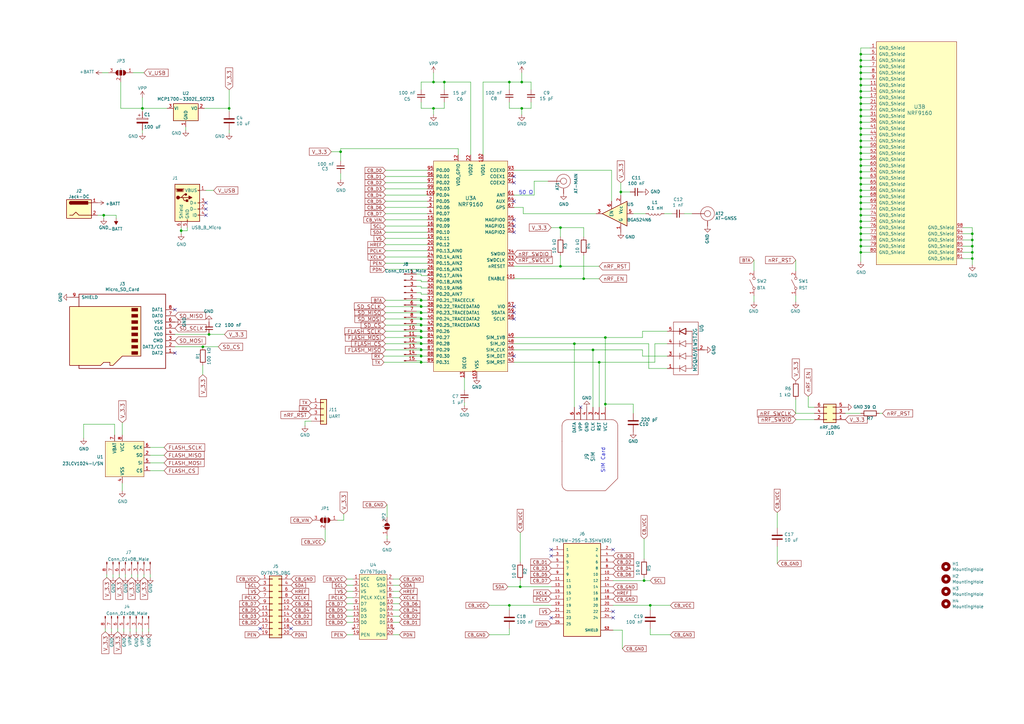
<source format=kicad_sch>
(kicad_sch (version 20211123) (generator eeschema)
  (paper "A3")
  (title_block (title "BoSL Camera dev") (date "2022-11-06") (rev "0.0.1") (company "BoSL"))
  (junction (at 248.285 165.735))
  (junction (at 177.8 44.45))
  (junction (at 353.06 32.385))
  (junction (at 172.72 143.51))
  (junction (at 398.78 95.885))
  (junction (at 213.995 44.45))
  (junction (at 353.06 98.425))
  (junction (at 172.72 133.35))
  (junction (at 229.87 93.345))
  (junction (at 353.06 95.885))
  (junction (at 172.72 125.73))
  (junction (at 353.06 103.505))
  (junction (at 353.06 29.845))
  (junction (at 353.06 52.705))
  (junction (at 353.06 73.025))
  (junction (at 353.06 83.185))
  (junction (at 177.8 33.655))
  (junction (at 208.915 33.655))
  (junction (at 172.72 146.05))
  (junction (at 398.78 103.505))
  (junction (at 172.72 138.43))
  (junction (at 172.72 140.97))
  (junction (at 353.06 27.305))
  (junction (at 353.06 85.725))
  (junction (at 353.06 100.965))
  (junction (at 172.72 135.89))
  (junction (at 353.06 90.805))
  (junction (at 182.245 33.655))
  (junction (at 353.06 22.225))
  (junction (at 398.78 100.965))
  (junction (at 172.72 123.19))
  (junction (at 172.72 128.27))
  (junction (at 264.16 238.125))
  (junction (at 353.06 70.485))
  (junction (at 172.72 130.81))
  (junction (at 353.06 37.465))
  (junction (at 213.995 33.655))
  (junction (at 74.295 94.615))
  (junction (at 353.06 80.645))
  (junction (at 208.915 248.285))
  (junction (at 245.745 148.59))
  (junction (at 239.395 114.3))
  (junction (at 139.7 62.23))
  (junction (at 213.36 240.665))
  (junction (at 353.06 40.005))
  (junction (at 353.06 88.265))
  (junction (at 353.06 62.865))
  (junction (at 353.06 75.565))
  (junction (at 353.06 47.625))
  (junction (at 353.06 50.165))
  (junction (at 229.87 109.22))
  (junction (at 83.185 142.24))
  (junction (at 353.06 57.785))
  (junction (at 353.06 55.245))
  (junction (at 93.98 44.45))
  (junction (at 353.06 42.545))
  (junction (at 243.205 143.51))
  (junction (at 353.06 60.325))
  (junction (at 58.42 44.45))
  (junction (at 353.06 34.925))
  (junction (at 353.06 67.945))
  (junction (at 266.7 248.285))
  (junction (at 398.78 106.045))
  (junction (at 42.545 88.265))
  (junction (at 353.06 24.765))
  (junction (at 353.06 65.405))
  (junction (at 353.06 93.345))
  (junction (at 85.725 137.16))
  (junction (at 398.78 98.425))
  (junction (at 353.06 45.085))
  (junction (at 172.72 148.59))
  (junction (at 235.585 140.97))
  (junction (at 254.635 78.74))
  (junction (at 353.06 78.105))
  (junction (at 248.285 138.43))
  (no_connect (at 71.755 144.78))
  (no_connect (at 210.82 72.39))
  (no_connect (at 210.82 92.71))
  (no_connect (at 210.82 125.73))
  (no_connect (at 106.68 257.81))
  (no_connect (at 119.38 257.81))
  (no_connect (at 210.82 95.25))
  (no_connect (at 251.46 253.365))
  (no_connect (at 226.06 253.365))
  (no_connect (at 251.46 225.425))
  (no_connect (at 251.46 250.825))
  (no_connect (at 226.06 225.425))
  (no_connect (at 226.06 227.965))
  (no_connect (at 84.455 85.725))
  (no_connect (at 84.455 83.185))
  (no_connect (at 210.82 90.17))
  (no_connect (at 210.82 74.93))
  (no_connect (at 210.82 82.55))
  (no_connect (at 238.125 167.005))
  (no_connect (at 84.455 88.265))
  (no_connect (at 210.82 128.27))
  (no_connect (at 210.82 130.81))
  (no_connect (at 71.755 127))
  (no_connect (at 210.82 146.05))
  (wire (pts (xy 248.285 138.43) (xy 210.82 138.43)))
  (wire (pts (xy 172.72 130.81) (xy 175.26 130.81)))
  (wire (pts (xy 259.715 165.735) (xy 259.715 169.545)))
  (wire (pts (xy 42.545 89.535) (xy 42.545 88.265)))
  (wire (pts (xy 353.06 65.405) (xy 353.06 67.945)))
  (wire (pts (xy 353.06 50.165) (xy 353.06 52.705)))
  (wire (pts (xy 182.245 33.655) (xy 177.8 33.655)))
  (wire (pts (xy 172.72 113.03) (xy 175.26 113.03)))
  (wire (pts (xy 158.115 128.27) (xy 172.72 128.27)))
  (wire (pts (xy 353.06 19.685) (xy 353.06 22.225)))
  (wire (pts (xy 158.115 85.09) (xy 175.26 85.09)))
  (wire (pts (xy 172.72 138.43) (xy 175.26 138.43)))
  (wire (pts (xy 353.06 29.845) (xy 353.06 32.385)))
  (wire (pts (xy 172.72 142.875) (xy 172.72 143.51)))
  (wire (pts (xy 61.595 189.865) (xy 67.31 189.865)))
  (wire (pts (xy 210.82 80.01) (xy 219.075 80.01)))
  (wire (pts (xy 138.43 213.36) (xy 140.97 213.36)))
  (wire (pts (xy 61.595 186.69) (xy 67.31 186.69)))
  (wire (pts (xy 243.205 143.51) (xy 263.525 143.51)))
  (wire (pts (xy 356.87 85.725) (xy 353.06 85.725)))
  (wire (pts (xy 353.06 75.565) (xy 353.06 78.105)))
  (wire (pts (xy 356.87 29.845) (xy 353.06 29.845)))
  (wire (pts (xy 274.955 260.35) (xy 266.7 260.35)))
  (wire (pts (xy 161.29 252.73) (xy 163.83 252.73)))
  (wire (pts (xy 219.075 80.01) (xy 219.075 74.295)))
  (wire (pts (xy 51.435 235.585) (xy 51.435 236.855)))
  (wire (pts (xy 251.46 258.445) (xy 255.27 258.445)))
  (wire (pts (xy 318.77 210.185) (xy 318.77 216.535)))
  (wire (pts (xy 182.245 33.655) (xy 182.245 36.83)))
  (wire (pts (xy 170.815 127.635) (xy 172.72 127.635)))
  (wire (pts (xy 250.825 69.85) (xy 250.825 82.55)))
  (wire (pts (xy 50.165 198.12) (xy 50.165 201.295)))
  (wire (pts (xy 61.595 235.585) (xy 61.595 236.855)))
  (wire (pts (xy 172.72 41.91) (xy 172.72 44.45)))
  (wire (pts (xy 208.915 248.285) (xy 226.06 248.285)))
  (wire (pts (xy 140.97 210.82) (xy 140.97 213.36)))
  (wire (pts (xy 309.245 121.285) (xy 309.245 123.825)))
  (wire (pts (xy 161.29 260.35) (xy 163.83 260.35)))
  (wire (pts (xy 353.06 60.325) (xy 353.06 62.865)))
  (wire (pts (xy 264.16 220.98) (xy 264.16 229.235)))
  (wire (pts (xy 353.06 34.925) (xy 353.06 37.465)))
  (wire (pts (xy 353.06 95.885) (xy 353.06 98.425)))
  (wire (pts (xy 356.87 34.925) (xy 353.06 34.925)))
  (wire (pts (xy 213.995 33.655) (xy 217.805 33.655)))
  (wire (pts (xy 46.99 173.99) (xy 46.99 178.435)))
  (wire (pts (xy 263.525 135.89) (xy 273.685 135.89)))
  (wire (pts (xy 356.87 37.465) (xy 353.06 37.465)))
  (wire (pts (xy 208.28 240.665) (xy 213.36 240.665)))
  (wire (pts (xy 235.585 140.97) (xy 266.065 140.97)))
  (wire (pts (xy 356.87 55.245) (xy 353.06 55.245)))
  (wire (pts (xy 158.115 102.87) (xy 175.26 102.87)))
  (wire (pts (xy 353.06 42.545) (xy 353.06 45.085)))
  (wire (pts (xy 356.87 88.265) (xy 353.06 88.265)))
  (wire (pts (xy 353.06 37.465) (xy 353.06 40.005)))
  (wire (pts (xy 273.685 140.97) (xy 268.605 140.97)))
  (wire (pts (xy 326.39 106.68) (xy 326.39 111.125)))
  (wire (pts (xy 356.87 40.005) (xy 353.06 40.005)))
  (wire (pts (xy 353.06 73.025) (xy 353.06 75.565)))
  (wire (pts (xy 61.595 183.515) (xy 67.31 183.515)))
  (wire (pts (xy 213.36 218.44) (xy 213.36 230.505)))
  (wire (pts (xy 229.87 93.345) (xy 229.87 97.155)))
  (wire (pts (xy 398.78 103.505) (xy 398.78 106.045)))
  (wire (pts (xy 60.96 257.81) (xy 60.96 259.08)))
  (wire (pts (xy 56.515 235.585) (xy 56.515 236.855)))
  (wire (pts (xy 356.87 98.425) (xy 353.06 98.425)))
  (wire (pts (xy 46.355 235.585) (xy 46.355 236.855)))
  (wire (pts (xy 158.115 123.19) (xy 172.72 123.19)))
  (wire (pts (xy 172.72 127.635) (xy 172.72 128.27)))
  (wire (pts (xy 133.35 217.17) (xy 133.35 222.25)))
  (wire (pts (xy 353.06 40.005) (xy 353.06 42.545)))
  (wire (pts (xy 251.46 238.125) (xy 264.16 238.125)))
  (wire (pts (xy 161.29 245.11) (xy 163.83 245.11)))
  (wire (pts (xy 172.72 44.45) (xy 177.8 44.45)))
  (wire (pts (xy 200.66 260.35) (xy 208.915 260.35)))
  (wire (pts (xy 245.745 148.59) (xy 245.745 167.005)))
  (wire (pts (xy 172.72 132.715) (xy 172.72 133.35)))
  (wire (pts (xy 158.75 219.71) (xy 158.75 220.98)))
  (wire (pts (xy 356.87 80.645) (xy 353.06 80.645)))
  (wire (pts (xy 266.065 151.13) (xy 273.685 151.13)))
  (wire (pts (xy 50.8 257.81) (xy 50.8 259.08)))
  (wire (pts (xy 34.29 173.99) (xy 46.99 173.99)))
  (wire (pts (xy 353.06 24.765) (xy 353.06 27.305)))
  (wire (pts (xy 263.525 138.43) (xy 263.525 135.89)))
  (wire (pts (xy 353.06 93.345) (xy 353.06 95.885)))
  (wire (pts (xy 54.61 29.845) (xy 59.055 29.845)))
  (wire (pts (xy 219.075 74.295) (xy 224.79 74.295)))
  (wire (pts (xy 210.82 114.3) (xy 239.395 114.3)))
  (wire (pts (xy 353.06 45.085) (xy 353.06 47.625)))
  (wire (pts (xy 398.78 106.045) (xy 394.97 106.045)))
  (wire (pts (xy 398.78 93.345) (xy 398.78 95.885)))
  (wire (pts (xy 58.42 44.45) (xy 68.58 44.45)))
  (wire (pts (xy 229.87 104.775) (xy 229.87 109.22)))
  (wire (pts (xy 264.795 87.63) (xy 259.715 87.63)))
  (wire (pts (xy 76.835 94.615) (xy 74.295 94.615)))
  (wire (pts (xy 158.115 72.39) (xy 175.26 72.39)))
  (wire (pts (xy 58.42 53.34) (xy 58.42 54.61)))
  (wire (pts (xy 360.68 169.545) (xy 361.95 169.545)))
  (wire (pts (xy 158.115 143.51) (xy 172.72 143.51)))
  (wire (pts (xy 158.115 138.43) (xy 172.72 138.43)))
  (wire (pts (xy 356.87 42.545) (xy 353.06 42.545)))
  (wire (pts (xy 58.42 45.72) (xy 58.42 44.45)))
  (wire (pts (xy 161.29 255.27) (xy 163.83 255.27)))
  (wire (pts (xy 353.06 55.245) (xy 353.06 57.785)))
  (wire (pts (xy 172.72 135.255) (xy 172.72 135.89)))
  (wire (pts (xy 142.24 240.03) (xy 144.78 240.03)))
  (wire (pts (xy 158.115 125.73) (xy 172.72 125.73)))
  (wire (pts (xy 217.805 44.45) (xy 217.805 41.91)))
  (wire (pts (xy 172.72 140.335) (xy 172.72 140.97)))
  (wire (pts (xy 55.88 257.81) (xy 55.88 259.08)))
  (wire (pts (xy 254.635 78.74) (xy 254.635 80.01)))
  (wire (pts (xy 190.5 165.1) (xy 190.5 166.37)))
  (wire (pts (xy 172.72 122.555) (xy 172.72 123.19)))
  (wire (pts (xy 259.715 165.735) (xy 248.285 165.735)))
  (wire (pts (xy 172.72 117.475) (xy 172.72 118.11)))
  (wire (pts (xy 172.72 130.175) (xy 172.72 130.81)))
  (wire (pts (xy 170.815 125.095) (xy 172.72 125.095)))
  (wire (pts (xy 229.87 109.22) (xy 245.745 109.22)))
  (wire (pts (xy 83.185 149.86) (xy 83.185 153.67)))
  (wire (pts (xy 248.285 165.735) (xy 248.285 167.005)))
  (wire (pts (xy 213.36 240.665) (xy 213.36 238.125)))
  (wire (pts (xy 158.115 74.93) (xy 175.26 74.93)))
  (wire (pts (xy 158.115 135.89) (xy 172.72 135.89)))
  (wire (pts (xy 187.96 60.96) (xy 187.96 63.5)))
  (wire (pts (xy 245.745 148.59) (xy 268.605 148.59)))
  (wire (pts (xy 318.77 224.155) (xy 318.77 231.14)))
  (wire (pts (xy 356.87 22.225) (xy 353.06 22.225)))
  (wire (pts (xy 172.72 115.57) (xy 175.26 115.57)))
  (wire (pts (xy 161.29 242.57) (xy 163.83 242.57)))
  (wire (pts (xy 58.42 40.005) (xy 58.42 44.45)))
  (wire (pts (xy 255.27 258.445) (xy 255.27 266.065)))
  (wire (pts (xy 264.16 238.125) (xy 266.7 238.125)))
  (wire (pts (xy 161.29 247.65) (xy 163.83 247.65)))
  (wire (pts (xy 170.815 114.935) (xy 172.72 114.935)))
  (wire (pts (xy 243.205 143.51) (xy 210.82 143.51)))
  (wire (pts (xy 161.29 250.19) (xy 163.83 250.19)))
  (wire (pts (xy 214.63 85.09) (xy 214.63 87.63)))
  (wire (pts (xy 356.87 65.405) (xy 353.06 65.405)))
  (wire (pts (xy 210.82 85.09) (xy 214.63 85.09)))
  (wire (pts (xy 208.915 33.655) (xy 208.915 36.83)))
  (wire (pts (xy 157.48 148.59) (xy 172.72 148.59)))
  (wire (pts (xy 93.98 53.34) (xy 93.98 54.61)))
  (wire (pts (xy 226.06 93.345) (xy 229.87 93.345)))
  (wire (pts (xy 142.24 245.11) (xy 144.78 245.11)))
  (wire (pts (xy 48.26 257.81) (xy 48.26 259.08)))
  (wire (pts (xy 356.87 19.685) (xy 353.06 19.685)))
  (wire (pts (xy 353.06 85.725) (xy 353.06 88.265)))
  (wire (pts (xy 142.24 250.19) (xy 144.78 250.19)))
  (wire (pts (xy 158.115 92.71) (xy 175.26 92.71)))
  (wire (pts (xy 356.87 75.565) (xy 353.06 75.565)))
  (wire (pts (xy 353.06 57.785) (xy 353.06 60.325)))
  (wire (pts (xy 229.87 93.345) (xy 239.395 93.345)))
  (wire (pts (xy 172.72 135.89) (xy 175.26 135.89)))
  (wire (pts (xy 172.72 125.095) (xy 172.72 125.73)))
  (wire (pts (xy 142.24 242.57) (xy 144.78 242.57)))
  (wire (pts (xy 356.87 67.945) (xy 353.06 67.945)))
  (wire (pts (xy 34.29 179.705) (xy 34.29 173.99)))
  (wire (pts (xy 353.06 70.485) (xy 353.06 73.025)))
  (wire (pts (xy 208.915 33.655) (xy 213.995 33.655)))
  (wire (pts (xy 172.72 114.935) (xy 172.72 115.57)))
  (wire (pts (xy 213.995 44.45) (xy 217.805 44.45)))
  (wire (pts (xy 71.755 137.16) (xy 85.725 137.16)))
  (wire (pts (xy 326.39 169.545) (xy 334.01 169.545)))
  (wire (pts (xy 353.06 83.185) (xy 353.06 85.725)))
  (wire (pts (xy 158.115 107.95) (xy 175.26 107.95)))
  (wire (pts (xy 142.24 247.65) (xy 144.78 247.65)))
  (wire (pts (xy 158.115 69.85) (xy 175.26 69.85)))
  (wire (pts (xy 326.39 121.285) (xy 326.39 123.825)))
  (wire (pts (xy 213.995 29.845) (xy 213.995 33.655)))
  (wire (pts (xy 158.115 82.55) (xy 175.26 82.55)))
  (wire (pts (xy 309.245 106.68) (xy 309.245 111.125)))
  (wire (pts (xy 125.095 174.625) (xy 125.095 172.72)))
  (wire (pts (xy 235.585 140.97) (xy 235.585 167.005)))
  (wire (pts (xy 248.285 138.43) (xy 263.525 138.43)))
  (wire (pts (xy 213.995 44.45) (xy 213.995 46.99)))
  (wire (pts (xy 263.525 146.05) (xy 273.685 146.05)))
  (wire (pts (xy 170.815 145.415) (xy 172.72 145.415)))
  (wire (pts (xy 158.75 207.01) (xy 158.75 212.09)))
  (wire (pts (xy 142.24 252.73) (xy 144.78 252.73)))
  (wire (pts (xy 43.815 235.585) (xy 43.815 236.855)))
  (wire (pts (xy 172.72 147.955) (xy 172.72 148.59)))
  (wire (pts (xy 158.115 100.33) (xy 175.26 100.33)))
  (wire (pts (xy 172.72 146.05) (xy 175.26 146.05)))
  (wire (pts (xy 158.115 77.47) (xy 175.26 77.47)))
  (wire (pts (xy 172.72 140.97) (xy 175.26 140.97)))
  (wire (pts (xy 49.53 44.45) (xy 58.42 44.45)))
  (wire (pts (xy 214.63 87.63) (xy 244.475 87.63)))
  (wire (pts (xy 61.595 193.04) (xy 67.31 193.04)))
  (wire (pts (xy 158.115 140.97) (xy 172.72 140.97)))
  (wire (pts (xy 89.535 142.24) (xy 83.185 142.24)))
  (wire (pts (xy 200.66 248.285) (xy 208.915 248.285)))
  (wire (pts (xy 170.815 117.475) (xy 172.72 117.475)))
  (wire (pts (xy 76.2 52.07) (xy 76.2 53.34)))
  (wire (pts (xy 356.87 90.805) (xy 353.06 90.805)))
  (wire (pts (xy 172.72 137.795) (xy 172.72 138.43)))
  (wire (pts (xy 266.7 248.285) (xy 266.7 250.19)))
  (wire (pts (xy 235.585 140.97) (xy 210.82 140.97)))
  (wire (pts (xy 356.87 62.865) (xy 353.06 62.865)))
  (wire (pts (xy 208.915 44.45) (xy 213.995 44.45)))
  (wire (pts (xy 263.525 146.05) (xy 263.525 143.51)))
  (wire (pts (xy 398.78 95.885) (xy 398.78 98.425)))
  (wire (pts (xy 76.835 93.345) (xy 76.835 94.615)))
  (wire (pts (xy 356.87 73.025) (xy 353.06 73.025)))
  (wire (pts (xy 353.06 32.385) (xy 353.06 34.925)))
  (wire (pts (xy 71.755 142.24) (xy 83.185 142.24)))
  (wire (pts (xy 239.395 104.775) (xy 239.395 114.3)))
  (wire (pts (xy 58.42 257.81) (xy 58.42 259.08)))
  (wire (pts (xy 353.06 80.645) (xy 353.06 83.185)))
  (wire (pts (xy 125.095 172.72) (xy 127.635 172.72)))
  (wire (pts (xy 356.87 50.165) (xy 353.06 50.165)))
  (wire (pts (xy 170.815 142.875) (xy 172.72 142.875)))
  (wire (pts (xy 353.06 27.305) (xy 353.06 29.845)))
  (wire (pts (xy 272.415 87.63) (xy 275.59 87.63)))
  (wire (pts (xy 353.06 90.805) (xy 353.06 93.345)))
  (wire (pts (xy 394.97 93.345) (xy 398.78 93.345)))
  (wire (pts (xy 239.395 114.3) (xy 245.745 114.3)))
  (wire (pts (xy 331.47 162.56) (xy 331.47 167.005)))
  (wire (pts (xy 198.12 33.655) (xy 208.915 33.655)))
  (wire (pts (xy 326.39 172.085) (xy 334.01 172.085)))
  (wire (pts (xy 45.72 257.81) (xy 45.72 259.08)))
  (wire (pts (xy 217.805 33.655) (xy 217.805 36.83)))
  (wire (pts (xy 210.82 109.22) (xy 229.87 109.22)))
  (wire (pts (xy 353.06 98.425) (xy 353.06 100.965)))
  (wire (pts (xy 48.895 235.585) (xy 48.895 236.855)))
  (wire (pts (xy 83.82 44.45) (xy 93.98 44.45)))
  (wire (pts (xy 274.955 248.285) (xy 266.7 248.285)))
  (wire (pts (xy 158.115 95.25) (xy 175.26 95.25)))
  (wire (pts (xy 84.455 78.105) (xy 87.63 78.105)))
  (wire (pts (xy 170.815 112.395) (xy 172.72 112.395)))
  (wire (pts (xy 331.47 167.005) (xy 334.01 167.005)))
  (wire (pts (xy 157.48 146.05) (xy 172.72 146.05)))
  (wire (pts (xy 172.72 128.27) (xy 175.26 128.27)))
  (wire (pts (xy 254.635 74.93) (xy 254.635 78.74)))
  (wire (pts (xy 210.82 69.85) (xy 250.825 69.85)))
  (wire (pts (xy 326.39 169.545) (xy 326.39 163.83)))
  (wire (pts (xy 394.97 98.425) (xy 398.78 98.425)))
  (wire (pts (xy 50.165 173.355) (xy 50.165 178.435)))
  (wire (pts (xy 47.625 88.265) (xy 47.625 89.535)))
  (wire (pts (xy 172.72 120.65) (xy 175.26 120.65)))
  (wire (pts (xy 170.815 135.255) (xy 172.72 135.255)))
  (wire (pts (xy 394.97 100.965) (xy 398.78 100.965)))
  (wire (pts (xy 172.72 33.655) (xy 172.72 36.83)))
  (wire (pts (xy 353.06 62.865) (xy 353.06 65.405)))
  (wire (pts (xy 208.915 41.91) (xy 208.915 44.45)))
  (wire (pts (xy 394.97 103.505) (xy 398.78 103.505)))
  (wire (pts (xy 158.115 97.79) (xy 175.26 97.79)))
  (wire (pts (xy 353.06 78.105) (xy 353.06 80.645)))
  (wire (pts (xy 356.87 70.485) (xy 353.06 70.485)))
  (wire (pts (xy 356.87 45.085) (xy 353.06 45.085)))
  (wire (pts (xy 353.06 169.545) (xy 346.71 169.545)))
  (wire (pts (xy 398.78 106.045) (xy 398.78 108.585)))
  (wire (pts (xy 172.72 118.11) (xy 175.26 118.11)))
  (wire (pts (xy 93.98 36.83) (xy 93.98 44.45)))
  (wire (pts (xy 398.78 100.965) (xy 398.78 103.505)))
  (wire (pts (xy 177.8 44.45) (xy 182.245 44.45)))
  (wire (pts (xy 92.075 137.16) (xy 85.725 137.16)))
  (wire (pts (xy 142.24 237.49) (xy 144.78 237.49)))
  (wire (pts (xy 353.06 47.625) (xy 353.06 50.165)))
  (wire (pts (xy 135.89 62.23) (xy 139.7 62.23)))
  (wire (pts (xy 170.815 130.175) (xy 172.72 130.175)))
  (wire (pts (xy 42.545 88.265) (xy 47.625 88.265)))
  (wire (pts (xy 158.115 110.49) (xy 175.26 110.49)))
  (wire (pts (xy 172.72 148.59) (xy 175.26 148.59)))
  (wire (pts (xy 353.06 52.705) (xy 353.06 55.245)))
  (wire (pts (xy 356.87 27.305) (xy 353.06 27.305)))
  (wire (pts (xy 142.24 260.35) (xy 144.78 260.35)))
  (wire (pts (xy 394.97 95.885) (xy 398.78 95.885)))
  (wire (pts (xy 172.72 125.73) (xy 175.26 125.73)))
  (wire (pts (xy 356.87 60.325) (xy 353.06 60.325)))
  (wire (pts (xy 158.115 130.81) (xy 172.72 130.81)))
  (wire (pts (xy 43.18 257.81) (xy 43.18 259.08)))
  (wire (pts (xy 172.72 145.415) (xy 172.72 146.05)))
  (wire (pts (xy 170.815 122.555) (xy 172.72 122.555)))
  (wire (pts (xy 193.04 33.655) (xy 193.04 63.5)))
  (wire (pts (xy 139.7 62.23) (xy 139.7 66.04)))
  (wire (pts (xy 356.87 47.625) (xy 353.06 47.625)))
  (wire (pts (xy 356.87 24.765) (xy 353.06 24.765)))
  (wire (pts (xy 139.7 60.96) (xy 139.7 62.23)))
  (wire (pts (xy 268.605 140.97) (xy 268.605 148.59)))
  (wire (pts (xy 177.8 33.655) (xy 172.72 33.655)))
  (wire (pts (xy 172.72 133.35) (xy 175.26 133.35)))
  (wire (pts (xy 210.82 148.59) (xy 245.745 148.59)))
  (wire (pts (xy 170.815 137.795) (xy 172.72 137.795)))
  (wire (pts (xy 53.34 257.81) (xy 53.34 259.08)))
  (wire (pts (xy 356.87 83.185) (xy 353.06 83.185)))
  (wire (pts (xy 353.06 22.225) (xy 353.06 24.765)))
  (wire (pts (xy 356.87 32.385) (xy 353.06 32.385)))
  (wire (pts (xy 356.87 78.105) (xy 353.06 78.105)))
  (wire (pts (xy 243.205 143.51) (xy 243.205 167.005)))
  (wire (pts (xy 398.78 98.425) (xy 398.78 100.965)))
  (wire (pts (xy 170.815 140.335) (xy 172.72 140.335)))
  (wire (pts (xy 177.8 29.845) (xy 177.8 33.655)))
  (wire (pts (xy 74.295 93.345) (xy 74.295 94.615)))
  (wire (pts (xy 170.815 132.715) (xy 172.72 132.715)))
  (wire (pts (xy 248.285 138.43) (xy 248.285 165.735)))
  (wire (pts (xy 356.87 95.885) (xy 353.06 95.885)))
  (wire (pts (xy 158.115 133.35) (xy 172.72 133.35)))
  (wire (pts (xy 190.5 154.94) (xy 190.5 160.02)))
  (wire (pts (xy 172.72 120.015) (xy 172.72 120.65)))
  (wire (pts (xy 161.29 240.03) (xy 163.83 240.03)))
  (wire (pts (xy 142.24 255.27) (xy 144.78 255.27)))
  (wire (pts (xy 356.87 57.785) (xy 353.06 57.785)))
  (wire (pts (xy 356.87 100.965) (xy 353.06 100.965)))
  (wire (pts (xy 93.98 45.72) (xy 93.98 44.45)))
  (wire (pts (xy 353.06 103.505) (xy 353.06 107.315)))
  (wire (pts (xy 74.295 94.615) (xy 74.295 95.885)))
  (wire (pts (xy 139.7 60.96) (xy 187.96 60.96)))
  (wire (pts (xy 280.67 87.63) (xy 283.845 87.63)))
  (wire (pts (xy 193.04 33.655) (xy 182.245 33.655)))
  (wire (pts (xy 356.87 52.705) (xy 353.06 52.705)))
  (wire (pts (xy 239.395 93.345) (xy 239.395 97.155)))
  (wire (pts (xy 170.815 147.955) (xy 172.72 147.955)))
  (wire (pts (xy 59.055 235.585) (xy 59.055 236.855)))
  (wire (pts (xy 158.115 87.63) (xy 175.26 87.63)))
  (wire (pts (xy 353.06 103.505) (xy 356.87 103.505)))
  (wire (pts (xy 356.87 93.345) (xy 353.06 93.345)))
  (wire (pts (xy 53.975 235.585) (xy 53.975 236.855)))
  (wire (pts (xy 208.915 248.285) (xy 208.915 250.19)))
  (wire (pts (xy 251.46 248.285) (xy 266.7 248.285)))
  (wire (pts (xy 139.7 71.12) (xy 139.7 73.66)))
  (wire (pts (xy 158.115 105.41) (xy 175.26 105.41)))
  (wire (pts (xy 158.115 80.01) (xy 175.26 80.01)))
  (wire (pts (xy 172.72 123.19) (xy 175.26 123.19)))
  (wire (pts (xy 158.115 90.17) (xy 175.26 90.17)))
  (wire (pts (xy 208.915 260.35) (xy 208.915 257.81)))
  (wire (pts (xy 170.815 120.015) (xy 172.72 120.015)))
  (wire (pts (xy 40.005 88.265) (xy 42.545 88.265)))
  (wire (pts (xy 49.53 33.655) (xy 49.53 44.45)))
  (wire (pts (xy 198.12 33.655) (xy 198.12 63.5)))
  (wire (pts (xy 264.16 236.855) (xy 264.16 238.125)))
  (wire (pts (xy 177.8 44.45) (xy 177.8 46.99)))
  (wire (pts (xy 353.06 67.945) (xy 353.06 70.485)))
  (wire (pts (xy 213.36 240.665) (xy 226.06 240.665)))
  (wire (pts (xy 353.06 88.265) (xy 353.06 90.805)))
  (wire (pts (xy 172.72 143.51) (xy 175.26 143.51)))
  (wire (pts (xy 172.72 112.395) (xy 172.72 113.03)))
  (wire (pts (xy 353.06 100.965) (xy 353.06 103.505)))
  (wire (pts (xy 266.7 260.35) (xy 266.7 257.81)))
  (wire (pts (xy 182.245 44.45) (xy 182.245 41.91)))
  (wire (pts (xy 258.445 78.74) (xy 254.635 78.74)))
  (wire (pts (xy 161.29 237.49) (xy 163.83 237.49)))
  (wire (pts (xy 266.065 140.97) (xy 266.065 151.13)))
  (wire (pts (xy 41.91 29.845) (xy 44.45 29.845)))
  (text "50 Ω" (at 212.725 80.01 0) (effects (font (size 1.524 1.524)) (justify left bottom)))
  (text "SIM Card" (at 248.285 183.515 270) (effects (font (size 1.524 1.524)) (justify right bottom)))
  (global_label "nRF_SWDIO" (shape input) (at 326.39 172.085 180) (effects (font (size 1.524 1.524))) (property "Intersheet References" "${INTERSHEET_REFS}" (effects hide)))
  (global_label "FLASH_MISO" (shape input) (at 67.31 186.69 0) (effects (font (size 1.524 1.524))) (property "Intersheet References" "${INTERSHEET_REFS}" (effects hide)))
  (global_label "CB_GND" (shape input) (at 158.75 207.01 180) (property "Intersheet References" "${INTERSHEET_REFS}" (effects hide)))
  (global_label "CB_D3" (shape input) (at 158.115 77.47 180) (property "Intersheet References" "${INTERSHEET_REFS}" (effects hide)))
  (global_label "SCL" (shape input) (at 158.115 92.71 180) (property "Intersheet References" "${INTERSHEET_REFS}" (effects hide)))
  (global_label "V_3.3" (shape input) (at 43.815 236.855 270) (effects (font (size 1.524 1.524))) (property "Intersheet References" "${INTERSHEET_REFS}" (effects hide)))
  (global_label "CB_D3" (shape input) (at 142.24 252.73 180) (property "Intersheet References" "${INTERSHEET_REFS}" (effects hide)))
  (global_label "CB_D2" (shape input) (at 163.83 252.73 0) (property "Intersheet References" "${INTERSHEET_REFS}" (effects hide)))
  (global_label "CB_VIN" (shape input) (at 158.115 90.17 180) (property "Intersheet References" "${INTERSHEET_REFS}" (effects hide)))
  (global_label "RX" (shape input) (at 127.635 167.64 180) (property "Intersheet References" "${INTERSHEET_REFS}" (effects hide)))
  (global_label "FLASH_MOSI" (shape input) (at 67.31 189.865 0) (effects (font (size 1.524 1.524))) (property "Intersheet References" "${INTERSHEET_REFS}" (effects hide)))
  (global_label "CB_D6" (shape input) (at 163.83 247.65 0) (property "Intersheet References" "${INTERSHEET_REFS}" (effects hide)))
  (global_label "CB_D4" (shape input) (at 119.38 250.19 0) (property "Intersheet References" "${INTERSHEET_REFS}" (effects hide)))
  (global_label "V_3.3" (shape input) (at 254.635 74.93 90) (effects (font (size 1.524 1.524))) (property "Intersheet References" "${INTERSHEET_REFS}" (effects hide)))
  (global_label "PDN" (shape input) (at 163.83 260.35 0) (property "Intersheet References" "${INTERSHEET_REFS}" (effects hide)))
  (global_label "V_3.3" (shape input) (at 326.39 156.21 90) (effects (font (size 1.524 1.524))) (property "Intersheet References" "${INTERSHEET_REFS}" (effects hide)))
  (global_label "SCL" (shape input) (at 266.7 238.125 0) (property "Intersheet References" "${INTERSHEET_REFS}" (effects hide)))
  (global_label "PCLK" (shape input) (at 158.115 102.87 180) (property "Intersheet References" "${INTERSHEET_REFS}" (effects hide)))
  (global_label "XCLK" (shape input) (at 163.83 245.11 0) (property "Intersheet References" "${INTERSHEET_REFS}" (effects hide)))
  (global_label "CB_D1" (shape input) (at 163.83 255.27 0) (property "Intersheet References" "${INTERSHEET_REFS}" (effects hide)))
  (global_label "CB_VCC" (shape input) (at 274.955 248.285 0) (property "Intersheet References" "${INTERSHEET_REFS}" (effects hide)))
  (global_label "CB_VCC" (shape input) (at 142.24 237.49 180) (property "Intersheet References" "${INTERSHEET_REFS}" (effects hide)))
  (global_label "CB_D6" (shape input) (at 158.115 85.09 180) (property "Intersheet References" "${INTERSHEET_REFS}" (effects hide)))
  (global_label "CB_GND" (shape input) (at 318.77 231.14 0) (property "Intersheet References" "${INTERSHEET_REFS}" (effects hide)))
  (global_label "XCLK" (shape input) (at 158.115 105.41 180) (property "Intersheet References" "${INTERSHEET_REFS}" (effects hide)))
  (global_label "CB_GND" (shape input) (at 274.955 260.35 0) (property "Intersheet References" "${INTERSHEET_REFS}" (effects hide)))
  (global_label "nRF_SWCLK" (shape input) (at 210.82 106.68 0) (effects (font (size 1.524 1.524))) (property "Intersheet References" "${INTERSHEET_REFS}" (effects hide)))
  (global_label "VS" (shape input) (at 158.115 97.79 180) (property "Intersheet References" "${INTERSHEET_REFS}" (effects hide)))
  (global_label "CB_D2" (shape input) (at 158.115 74.93 180) (property "Intersheet References" "${INTERSHEET_REFS}" (effects hide)))
  (global_label "SCL" (shape input) (at 142.24 240.03 180) (property "Intersheet References" "${INTERSHEET_REFS}" (effects hide)))
  (global_label "CB_GND" (shape input) (at 255.27 266.065 0) (property "Intersheet References" "${INTERSHEET_REFS}" (effects hide)))
  (global_label "CB_D7" (shape input) (at 158.115 87.63 180) (property "Intersheet References" "${INTERSHEET_REFS}" (effects hide)))
  (global_label "SDA" (shape input) (at 163.83 240.03 0) (property "Intersheet References" "${INTERSHEET_REFS}" (effects hide)))
  (global_label "CB_GND" (shape input) (at 163.83 237.49 0) (property "Intersheet References" "${INTERSHEET_REFS}" (effects hide)))
  (global_label "CB_D4" (shape input) (at 158.115 80.01 180) (property "Intersheet References" "${INTERSHEET_REFS}" (effects hide)))
  (global_label "CB_D1" (shape input) (at 226.06 230.505 180) (property "Intersheet References" "${INTERSHEET_REFS}" (effects hide)))
  (global_label "CB_VCC" (shape input) (at 318.77 210.185 90) (property "Intersheet References" "${INTERSHEET_REFS}" (effects hide)))
  (global_label "CB_D0" (shape input) (at 251.46 227.965 0) (property "Intersheet References" "${INTERSHEET_REFS}" (effects hide)))
  (global_label "PCLK" (shape input) (at 142.24 245.11 180) (property "Intersheet References" "${INTERSHEET_REFS}" (effects hide)))
  (global_label "V_3.3" (shape input) (at 346.71 172.085 0) (effects (font (size 1.524 1.524))) (property "Intersheet References" "${INTERSHEET_REFS}" (effects hide)))
  (global_label "CB_VCC" (shape input) (at 264.16 220.98 90) (property "Intersheet References" "${INTERSHEET_REFS}" (effects hide)))
  (global_label "SD_MOSI" (shape input) (at 71.755 139.7 0) (effects (font (size 1.524 1.524))) (property "Intersheet References" "${INTERSHEET_REFS}" (effects hide)))
  (global_label "V_3.3" (shape input) (at 83.185 153.67 270) (effects (font (size 1.524 1.524))) (property "Intersheet References" "${INTERSHEET_REFS}" (effects hide)))
  (global_label "V_3.3" (shape input) (at 93.98 36.83 90) (effects (font (size 1.524 1.524))) (property "Intersheet References" "${INTERSHEET_REFS}" (effects hide)))
  (global_label "FLASH_MOSI" (shape input) (at 158.115 138.43 180) (effects (font (size 1.524 1.524))) (property "Intersheet References" "${INTERSHEET_REFS}" (effects hide)))
  (global_label "CB_GND" (shape input) (at 251.46 240.665 0) (property "Intersheet References" "${INTERSHEET_REFS}" (effects hide)))
  (global_label "CB_D3" (shape input) (at 226.06 233.045 180) (property "Intersheet References" "${INTERSHEET_REFS}" (effects hide)))
  (global_label "CB_VIN" (shape input) (at 128.27 213.36 180) (property "Intersheet References" "${INTERSHEET_REFS}" (effects hide)))
  (global_label "CB_D1" (shape input) (at 158.115 72.39 180) (property "Intersheet References" "${INTERSHEET_REFS}" (effects hide)))
  (global_label "CB_VCC" (shape input) (at 106.68 237.49 180) (property "Intersheet References" "${INTERSHEET_REFS}" (effects hide)))
  (global_label "SD_MISO" (shape input) (at 158.115 128.27 180) (effects (font (size 1.524 1.524))) (property "Intersheet References" "${INTERSHEET_REFS}" (effects hide)))
  (global_label "CB_D2" (shape input) (at 119.38 252.73 0) (property "Intersheet References" "${INTERSHEET_REFS}" (effects hide)))
  (global_label "nRF_SWCLK" (shape input) (at 326.39 169.545 180) (effects (font (size 1.524 1.524))) (property "Intersheet References" "${INTERSHEET_REFS}" (effects hide)))
  (global_label "VS" (shape input) (at 106.68 242.57 180) (property "Intersheet References" "${INTERSHEET_REFS}" (effects hide)))
  (global_label "V_USB" (shape input) (at 59.055 29.845 0) (effects (font (size 1.524 1.524))) (property "Intersheet References" "${INTERSHEET_REFS}" (effects hide)))
  (global_label "CB_D0" (shape input) (at 142.24 255.27 180) (property "Intersheet References" "${INTERSHEET_REFS}" (effects hide)))
  (global_label "V_3.3" (shape input) (at 226.06 93.345 180) (effects (font (size 1.524 1.524))) (property "Intersheet References" "${INTERSHEET_REFS}" (effects hide)))
  (global_label "VS" (shape input) (at 226.06 250.825 180) (property "Intersheet References" "${INTERSHEET_REFS}" (effects hide)))
  (global_label "V_3.3" (shape input) (at 92.075 137.16 0) (effects (font (size 1.524 1.524))) (property "Intersheet References" "${INTERSHEET_REFS}" (effects hide)))
  (global_label "CB_D1" (shape input) (at 119.38 255.27 0) (property "Intersheet References" "${INTERSHEET_REFS}" (effects hide)))
  (global_label "FLASH_SCLK" (shape input) (at 158.115 135.89 180) (effects (font (size 1.524 1.524))) (property "Intersheet References" "${INTERSHEET_REFS}" (effects hide)))
  (global_label "CB_D6" (shape input) (at 251.46 235.585 0) (property "Intersheet References" "${INTERSHEET_REFS}" (effects hide)))
  (global_label "SD_CS" (shape input) (at 158.115 133.35 180) (effects (font (size 1.524 1.524))) (property "Intersheet References" "${INTERSHEET_REFS}" (effects hide)))
  (global_label "FLASH_CS" (shape input) (at 67.31 193.04 0) (effects (font (size 1.524 1.524))) (property "Intersheet References" "${INTERSHEET_REFS}" (effects hide)))
  (global_label "CB_GND" (shape input) (at 200.66 260.35 180) (property "Intersheet References" "${INTERSHEET_REFS}" (effects hide)))
  (global_label "V_3.3" (shape input) (at 135.89 62.23 180) (effects (font (size 1.524 1.524))) (property "Intersheet References" "${INTERSHEET_REFS}" (effects hide)))
  (global_label "HREF" (shape input) (at 251.46 243.205 0) (property "Intersheet References" "${INTERSHEET_REFS}" (effects hide)))
  (global_label "CB_D0" (shape input) (at 158.115 69.85 180) (property "Intersheet References" "${INTERSHEET_REFS}" (effects hide)))
  (global_label "HREF" (shape input) (at 163.83 242.57 0) (property "Intersheet References" "${INTERSHEET_REFS}" (effects hide)))
  (global_label "nRF_RST" (shape input) (at 361.95 169.545 0) (effects (font (size 1.524 1.524))) (property "Intersheet References" "${INTERSHEET_REFS}" (effects hide)))
  (global_label "CB_D5" (shape input) (at 106.68 250.19 180) (property "Intersheet References" "${INTERSHEET_REFS}" (effects hide)))
  (global_label "SD_MISO" (shape input) (at 71.755 129.54 0) (effects (font (size 1.524 1.524))) (property "Intersheet References" "${INTERSHEET_REFS}" (effects hide)))
  (global_label "FLASH_SCLK" (shape input) (at 67.31 183.515 0) (effects (font (size 1.524 1.524))) (property "Intersheet References" "${INTERSHEET_REFS}" (effects hide)))
  (global_label "CB_D2" (shape input) (at 251.46 230.505 0) (property "Intersheet References" "${INTERSHEET_REFS}" (effects hide)))
  (global_label "CB_VCC" (shape input) (at 133.35 222.25 180) (property "Intersheet References" "${INTERSHEET_REFS}" (effects hide)))
  (global_label "PEN" (shape input) (at 142.24 260.35 180) (property "Intersheet References" "${INTERSHEET_REFS}" (effects hide)))
  (global_label "SD_SCLK" (shape input) (at 158.115 125.73 180) (effects (font (size 1.524 1.524))) (property "Intersheet References" "${INTERSHEET_REFS}" (effects hide)))
  (global_label "BTA" (shape input) (at 309.245 106.68 180) (property "Intersheet References" "${INTERSHEET_REFS}" (effects hide)))
  (global_label "nRF_SWDIO" (shape input) (at 210.82 104.14 0) (effects (font (size 1.524 1.524))) (property "Intersheet References" "${INTERSHEET_REFS}" (effects hide)))
  (global_label "CB_D7" (shape input) (at 142.24 247.65 180) (property "Intersheet References" "${INTERSHEET_REFS}" (effects hide)))
  (global_label "SD_SCLK" (shape input) (at 71.755 134.62 0) (effects (font (size 1.524 1.524))) (property "Intersheet References" "${INTERSHEET_REFS}" (effects hide)))
  (global_label "SCL" (shape input) (at 106.68 240.03 180) (property "Intersheet References" "${INTERSHEET_REFS}" (effects hide)))
  (global_label "PEN" (shape input) (at 158.115 107.95 180) (property "Intersheet References" "${INTERSHEET_REFS}" (effects hide)))
  (global_label "PDN" (shape input) (at 226.06 255.905 180) (property "Intersheet References" "${INTERSHEET_REFS}" (effects hide)))
  (global_label "PCLK" (shape input) (at 226.06 245.745 180) (property "Intersheet References" "${INTERSHEET_REFS}" (effects hide)))
  (global_label "V_3.3" (shape input) (at 48.26 259.08 270) (effects (font (size 1.524 1.524))) (property "Intersheet References" "${INTERSHEET_REFS}" (effects hide)))
  (global_label "CB_D7" (shape input) (at 106.68 247.65 180) (property "Intersheet References" "${INTERSHEET_REFS}" (effects hide)))
  (global_label "XCLK" (shape input) (at 226.06 243.205 180) (property "Intersheet References" "${INTERSHEET_REFS}" (effects hide)))
  (global_label "HREF" (shape input) (at 158.115 100.33 180) (property "Intersheet References" "${INTERSHEET_REFS}" (effects hide)))
  (global_label "SDA" (shape input) (at 208.28 240.665 180) (property "Intersheet References" "${INTERSHEET_REFS}" (effects hide)))
  (global_label "VS" (shape input) (at 142.24 242.57 180) (property "Intersheet References" "${INTERSHEET_REFS}" (effects hide)))
  (global_label "SD_CS" (shape input) (at 89.535 142.24 0) (effects (font (size 1.524 1.524))) (property "Intersheet References" "${INTERSHEET_REFS}" (effects hide)))
  (global_label "SDA" (shape input) (at 119.38 240.03 0) (property "Intersheet References" "${INTERSHEET_REFS}" (effects hide)))
  (global_label "PCLK" (shape input) (at 106.68 245.11 180) (property "Intersheet References" "${INTERSHEET_REFS}" (effects hide)))
  (global_label "PDN" (shape input) (at 158.115 110.49 180) (property "Intersheet References" "${INTERSHEET_REFS}" (effects hide)))
  (global_label "CB_D5" (shape input) (at 158.115 82.55 180) (property "Intersheet References" "${INTERSHEET_REFS}" (effects hide)))
  (global_label "CB_D0" (shape input) (at 106.68 255.27 180) (property "Intersheet References" "${INTERSHEET_REFS}" (effects hide)))
  (global_label "CB_D5" (shape input) (at 226.06 235.585 180) (property "Intersheet References" "${INTERSHEET_REFS}" (effects hide)))
  (global_label "V_3.3" (shape input) (at 53.975 236.855 270) (effects (font (size 1.524 1.524))) (property "Intersheet References" "${INTERSHEET_REFS}" (effects hide)))
  (global_label "CB_VCC" (shape input) (at 213.36 218.44 90) (property "Intersheet References" "${INTERSHEET_REFS}" (effects hide)))
  (global_label "V_3.3" (shape input) (at 48.895 236.855 270) (effects (font (size 1.524 1.524))) (property "Intersheet References" "${INTERSHEET_REFS}" (effects hide)))
  (global_label "CB_GND" (shape input) (at 119.38 237.49 0) (property "Intersheet References" "${INTERSHEET_REFS}" (effects hide)))
  (global_label "V_3.3" (shape input) (at 59.055 236.855 270) (effects (font (size 1.524 1.524))) (property "Intersheet References" "${INTERSHEET_REFS}" (effects hide)))
  (global_label "CB_GND" (shape input) (at 251.46 245.745 0) (property "Intersheet References" "${INTERSHEET_REFS}" (effects hide)))
  (global_label "FLASH_CS" (shape input) (at 158.115 140.97 180) (effects (font (size 1.524 1.524))) (property "Intersheet References" "${INTERSHEET_REFS}" (effects hide)))
  (global_label "HREF" (shape input) (at 119.38 242.57 0) (property "Intersheet References" "${INTERSHEET_REFS}" (effects hide)))
  (global_label "SD_MOSI" (shape input) (at 158.115 130.81 180) (effects (font (size 1.524 1.524))) (property "Intersheet References" "${INTERSHEET_REFS}" (effects hide)))
  (global_label "nRF_EN" (shape input) (at 331.47 162.56 90) (effects (font (size 1.524 1.524))) (property "Intersheet References" "${INTERSHEET_REFS}" (effects hide)))
  (global_label "nRF_RST" (shape input) (at 245.745 109.22 0) (effects (font (size 1.524 1.524))) (property "Intersheet References" "${INTERSHEET_REFS}" (effects hide)))
  (global_label "nRF_EN" (shape input) (at 245.745 114.3 0) (effects (font (size 1.524 1.524))) (property "Intersheet References" "${INTERSHEET_REFS}" (effects hide)))
  (global_label "CB_D7" (shape input) (at 226.06 238.125 180) (property "Intersheet References" "${INTERSHEET_REFS}" (effects hide)))
  (global_label "CB_D4" (shape input) (at 163.83 250.19 0) (property "Intersheet References" "${INTERSHEET_REFS}" (effects hide)))
  (global_label "RX" (shape input) (at 157.48 146.05 180) (property "Intersheet References" "${INTERSHEET_REFS}" (effects hide)))
  (global_label "CB_D3" (shape input) (at 106.68 252.73 180) (property "Intersheet References" "${INTERSHEET_REFS}" (effects hide)))
  (global_label "TX" (shape input) (at 127.635 165.1 180) (property "Intersheet References" "${INTERSHEET_REFS}" (effects hide)))
  (global_label "PEN" (shape input) (at 106.68 260.35 180) (property "Intersheet References" "${INTERSHEET_REFS}" (effects hide)))
  (global_label "CB_D4" (shape input) (at 251.46 233.045 0) (property "Intersheet References" "${INTERSHEET_REFS}" (effects hide)))
  (global_label "TX" (shape input) (at 157.48 148.59 180) (property "Intersheet References" "${INTERSHEET_REFS}" (effects hide)))
  (global_label "CB_D5" (shape input) (at 142.24 250.19 180) (property "Intersheet References" "${INTERSHEET_REFS}" (effects hide)))
  (global_label "V_3.3" (shape input) (at 140.97 210.82 90) (effects (font (size 1.524 1.524))) (property "Intersheet References" "${INTERSHEET_REFS}" (effects hide)))
  (global_label "SDA" (shape input) (at 158.115 95.25 180) (property "Intersheet References" "${INTERSHEET_REFS}" (effects hide)))
  (global_label "V_USB" (shape input) (at 87.63 78.105 0) (effects (font (size 1.524 1.524))) (property "Intersheet References" "${INTERSHEET_REFS}" (effects hide)))
  (global_label "nRF_RST" (shape input) (at 326.39 106.68 180) (effects (font (size 1.524 1.524))) (property "Intersheet References" "${INTERSHEET_REFS}" (effects hide)))
  (global_label "CB_D6" (shape input) (at 119.38 247.65 0) (property "Intersheet References" "${INTERSHEET_REFS}" (effects hide)))
  (global_label "V_3.3" (shape input) (at 43.18 259.08 270) (effects (font (size 1.524 1.524))) (property "Intersheet References" "${INTERSHEET_REFS}" (effects hide)))
  (global_label "FLASH_MISO" (shape input) (at 158.115 143.51 180) (effects (font (size 1.524 1.524))) (property "Intersheet References" "${INTERSHEET_REFS}" (effects hide)))
  (global_label "nRF_RST" (shape input) (at 127.635 170.18 180) (effects (font (size 1.524 1.524))) (property "Intersheet References" "${INTERSHEET_REFS}" (effects hide)))
  (global_label "V_3.3" (shape input) (at 50.165 173.355 90) (effects (font (size 1.524 1.524))) (property "Intersheet References" "${INTERSHEET_REFS}" (effects hide)))
  (global_label "PDN" (shape input) (at 119.38 260.35 0) (property "Intersheet References" "${INTERSHEET_REFS}" (effects hide)))
  (global_label "XCLK" (shape input) (at 119.38 245.11 0) (property "Intersheet References" "${INTERSHEET_REFS}" (effects hide)))
  (global_label "CB_VCC" (shape input) (at 200.66 248.285 180) (property "Intersheet References" "${INTERSHEET_REFS}" (effects hide)))
  (global_label "BTA" (shape input) (at 158.115 123.19 180) (property "Intersheet References" "${INTERSHEET_REFS}" (effects hide)))
  (symbol (lib_id "owts-rescue:USB_B_Micro-Connector") (at 76.835 83.185 0) (unit 1)
    (property "Reference" "J1" (at 73.025 73.025 0) (effects (justify right)))
    (property "Value" "USB_B_Micro" (at 90.805 93.345 0) (effects (justify right)))
    (property "Footprint" "Connector_USB:USB_Micro-B_Molex-105017-0001" (effects hide))
  )
  (symbol (lib_id "power:GND") (at 74.295 95.885 0) (unit 1)
    (property "Reference" "#PWR01" (effects hide))
    (property "Value" "GND" (at 74.422 100.2792 0))
  )
  (symbol (lib_id "Mechanical:MountingHole") (at 387.985 232.41 0) (unit 1)
    (property "Reference" "H1" (at 390.525 231.2416 0) (effects (justify left)))
    (property "Value" "MountingHole" (at 390.525 233.553 0) (effects (justify left)))
    (property "Footprint" "MountingHole:MountingHole_2.7mm_M2.5" (effects hide))
  )
  (symbol (lib_id "Mechanical:MountingHole") (at 387.985 237.49 0) (unit 1)
    (property "Reference" "H2" (at 390.525 236.3216 0) (effects (justify left)))
    (property "Value" "MountingHole" (at 390.525 238.633 0) (effects (justify left)))
    (property "Footprint" "MountingHole:MountingHole_2.7mm_M2.5" (effects hide))
  )
  (symbol (lib_id "Mechanical:MountingHole") (at 387.985 242.57 0) (unit 1)
    (property "Reference" "H3" (at 390.525 241.4016 0) (effects (justify left)))
    (property "Value" "MountingHole" (at 390.525 243.713 0) (effects (justify left)))
    (property "Footprint" "MountingHole:MountingHole_2.7mm_M2.5" (effects hide))
  )
  (symbol (lib_id "Mechanical:MountingHole") (at 387.985 247.65 0) (unit 1)
    (property "Reference" "H4" (at 390.525 246.4816 0) (effects (justify left)))
    (property "Value" "MountingHole" (at 390.525 248.793 0) (effects (justify left)))
    (property "Footprint" "MountingHole:MountingHole_2.7mm_M2.5" (effects hide))
  )
  (symbol (lib_id "power:GND") (at 76.2 53.34 0) (unit 1)
    (property "Reference" "#PWR05" (effects hide))
    (property "Value" "GND" (at 72.39 54.61 0))
  )
  (symbol (lib_id "Device:C") (at 93.98 49.53 0) (unit 1)
    (property "Reference" "C4" (at 96.901 48.3616 0) (effects (justify left)))
    (property "Value" "10 uF" (at 96.901 50.673 0) (effects (justify left)))
    (property "Footprint" "Capacitor_SMD:C_0805_2012Metric" (effects hide))
  )
  (symbol (lib_id "power:GND") (at 58.42 54.61 0) (unit 1)
    (property "Reference" "#PWR04" (effects hide))
    (property "Value" "GND" (at 54.61 55.88 0))
  )
  (symbol (lib_id "power:GND") (at 93.98 54.61 0) (unit 1)
    (property "Reference" "#PWR010" (effects hide))
    (property "Value" "GND" (at 90.17 55.88 0))
  )
  (symbol (lib_id "Device:C") (at 318.77 220.345 0) (unit 1)
    (property "Reference" "C17" (at 321.691 219.1766 0) (effects (justify left)))
    (property "Value" "10 uF" (at 321.691 221.488 0) (effects (justify left)))
    (property "Footprint" "Capacitor_SMD:C_0805_2012Metric" (effects hide))
  )
  (symbol (lib_id "Connector_Generic:Conn_01x04") (at 132.715 167.64 0) (unit 1)
    (property "Reference" "J11" (at 134.747 168.0015 0) (effects (justify left)))
    (property "Value" "UART" (at 134.747 170.7766 0) (effects (justify left)))
    (property "Footprint" "Connector_PinHeader_2.54mm:PinHeader_1x04_P2.54mm_Vertical" (effects hide))
  )
  (symbol (lib_id "BoSLnano-rescue:GND-power") (at 34.29 179.705 0) (unit 1)
    (property "Reference" "#PWR0135" (effects hide))
    (property "Value" "GND" (at 34.417 184.0992 0))
  )
  (symbol (lib_id "BoSLnano-rescue:C-Device") (at 259.715 173.355 180) (unit 1)
    (property "Reference" "C10" (at 266.065 173.99 0) (effects (justify left)))
    (property "Value" "220 pF" (at 269.875 172.085 0) (effects (justify left)))
    (property "Footprint" "Capacitor_SMD:C_0402_1005Metric" (effects hide))
  )
  (symbol (lib_id "BoSLnano-rescue:VPP-power") (at 58.42 259.08 180) (unit 1)
    (property "Reference" "#PWR0118" (effects hide))
    (property "Value" "VPP" (at 58.42 262.89 90))
  )
  (symbol (lib_id "BoSLnano-rescue:+BATT-power") (at 40.005 83.185 270) (unit 1)
    (property "Reference" "#PWR0125" (effects hide))
    (property "Value" "+BATT" (at 43.2562 83.566 90) (effects (justify left)))
  )
  (symbol (lib_id "Jumper:SolderJumper_3_Open") (at 49.53 29.845 0) (mirror y) (unit 1)
    (property "Reference" "JP3" (at 49.53 24.9895 0))
    (property "Value" "." (at 49.53 27.7646 0))
    (property "Footprint" "Jumper:SolderJumper-3_P1.3mm_Open_RoundedPad1.0x1.5mm" (effects hide))
  )
  (symbol (lib_id "Jumper:SolderJumper_3_Open") (at 133.35 213.36 0) (mirror y) (unit 1)
    (property "Reference" "JP1" (at 133.35 208.5045 0))
    (property "Value" "." (at 133.35 211.2796 0))
    (property "Footprint" "Jumper:SolderJumper-3_P1.3mm_Open_RoundedPad1.0x1.5mm" (effects hide))
  )
  (symbol (lib_id "BoSLnano-rescue:GND-power") (at 50.8 259.08 0) (unit 1)
    (property "Reference" "#PWR0115" (effects hide))
    (property "Value" "GND" (at 50.927 263.4742 90))
  )
  (symbol (lib_id "BoSLnano-rescue:R-Device") (at 326.39 160.02 0) (unit 1)
    (property "Reference" "R6" (at 323.215 159.385 0))
    (property "Value" "1 kΩ" (at 321.945 161.925 0))
    (property "Footprint" "Resistor_SMD:R_0402_1005Metric" (effects hide))
  )
  (symbol (lib_id "SIM7000-rescue:AT-ant") (at 290.195 87.63 270) (mirror x) (unit 1)
    (property "Reference" "AT2" (at 293.37 87.63 90) (effects (justify left)))
    (property "Value" "AT-GNSS" (at 293.37 89.535 90) (effects (justify left)))
    (property "Footprint" "Connector_Coaxial:U.FL_Molex_MCRF_73412-0110_Vertical" (effects hide))
  )
  (symbol (lib_id "BoSLnano-rescue:Micro_SD_Card-Connector") (at 48.895 137.16 180) (unit 1)
    (property "Reference" "J3" (at 50.165 116.4082 0))
    (property "Value" "Micro_SD_Card" (at 50.165 118.7196 0))
    (property "Footprint" "project:microSD_Connector" (effects hide))
    (property "Datasheet" "http://katalog.we-online.de/em/datasheet/693072010801.pdf" (effects hide))
  )
  (symbol (lib_id "BoSLnano-rescue:GND-power") (at 195.58 154.94 0) (unit 1)
    (property "Reference" "#PWR0114" (effects hide))
    (property "Value" "GND" (at 195.58 158.75 0))
  )
  (symbol (lib_id "Connector_Generic:Conn_02x10_Odd_Even") (at 111.76 247.65 0) (unit 1)
    (property "Reference" "J5" (at 113.03 232.2535 0))
    (property "Value" "OV7675_DBG" (at 113.03 235.0286 0))
    (property "Footprint" "Connector_PinHeader_2.54mm:PinHeader_2x10_P2.54mm_Vertical" (effects hide))
  )
  (symbol (lib_id "BoSLnano-rescue:GND-power") (at 46.355 236.855 0) (unit 1)
    (property "Reference" "#PWR0122" (effects hide))
    (property "Value" "GND" (at 46.482 241.2492 90))
  )
  (symbol (lib_id "BoSLnano-rescue:GND-power") (at 125.095 174.625 0) (unit 1)
    (property "Reference" "#PWR03" (effects hide))
    (property "Value" "GND" (at 125.095 178.435 0))
  )
  (symbol (lib_id "SIM7000-rescue:NRF9160") (at 193.04 90.17 0) (unit 1)
    (property "Reference" "U3" (at 193.04 81.28 0) (effects (font (size 1.524 1.524))))
    (property "Value" "NRF9160" (at 193.04 83.82 0) (effects (font (size 1.524 1.524))))
    (property "Footprint" "project:nRF9160" (effects hide))
  )
  (symbol (lib_id "BoSLnano-rescue:CP-Device") (at 58.42 49.53 0) (unit 1)
    (property "Reference" "C1" (at 59.055 46.99 0) (effects (justify left)))
    (property "Value" "100 uF" (at 59.055 52.07 0) (effects (justify left)))
    (property "Footprint" "Capacitor_SMD:CP_Elec_5x5.8" (effects hide))
  )
  (symbol (lib_id "Jumper:SolderJumper_2_Open") (at 158.75 215.9 90) (unit 1)
    (property "Reference" "JP2" (at 157.48 212.09 0))
    (property "Value" "." (at 156.6696 215.9 0))
    (property "Footprint" "Jumper:SolderJumper-2_P1.3mm_Open_RoundedPad1.0x1.5mm" (effects hide))
  )
  (symbol (lib_id "SIM7000-rescue:NRF9160") (at 375.92 57.785 0) (unit 2)
    (property "Reference" "U3" (at 377.19 43.815 0) (effects (font (size 1.524 1.524))))
    (property "Value" "NRF9160" (at 377.19 46.355 0) (effects (font (size 1.524 1.524))))
    (property "Footprint" "project:nRF9160" (effects hide))
  )
  (symbol (lib_id "SIM7000-rescue:MSQA6V1W5T2G-simcom") (at 280.035 143.51 90) (unit 1)
    (property "Reference" "U6" (at 287.655 134.62 0) (effects (font (size 1.524 1.524))))
    (property "Value" "MSQA6V1W5T2G" (at 285.115 143.51 0) (effects (font (size 1.524 1.524))))
    (property "Footprint" "Package_TO_SOT_SMD:SOT-353_SC-70-5" (effects hide))
  )
  (symbol (lib_id "FH26W-25S-0.3HW_60_:FH26W-25S-0.3SHW(60)") (at 238.76 240.665 0) (unit 1)
    (property "Reference" "J6" (at 238.76 218.9185 0))
    (property "Value" "FH26W-25S-0.3SHW(60)" (at 238.76 221.6936 0))
    (property "Footprint" "FH26W-25S-0:HRS_FH26W-25S-0.3SHW(60)" (effects hide))
    (property "STANDARD" "Manufacturer Recommendations" (effects hide))
    (property "PARTREV" "DIS-F-00006069" (effects hide))
    (property "MANUFACTURER" "HRS" (effects hide))
    (property "MAXIMUM_PACKAGE_HEIGHT" "2.3 mm" (effects hide))
  )
  (symbol (lib_id "BoSLnano-rescue:GND-power") (at 290.195 92.71 0) (mirror y) (unit 1)
    (property "Reference" "#PWR0102" (effects hide))
    (property "Value" "GND" (at 290.068 95.9358 90) (effects (justify right)))
  )
  (symbol (lib_id "BoSLnano-rescue:GND-power") (at 231.14 79.375 0) (unit 1)
    (property "Reference" "#PWR0101" (effects hide))
    (property "Value" "GND" (at 231.267 83.7692 0))
  )
  (symbol (lib_id "BoSLnano-rescue:C_Small-Device") (at 182.245 39.37 0) (unit 1)
    (property "Reference" "C6" (at 188.595 40.64 0))
    (property "Value" "15 pF" (at 188.595 38.1 0))
    (property "Footprint" "Capacitor_SMD:C_0402_1005Metric" (effects hide))
  )
  (symbol (lib_id "BoSLnano-rescue:R-Device") (at 213.36 234.315 0) (unit 1)
    (property "Reference" "R2" (at 215.392 234.315 90))
    (property "Value" "10 kΩ" (at 210.82 234.315 90))
    (property "Footprint" "Resistor_SMD:R_0402_1005Metric" (effects hide))
  )
  (symbol (lib_id "BoSLnano-rescue:C_Small-Device") (at 172.72 39.37 0) (unit 1)
    (property "Reference" "C5" (at 167.005 40.64 0))
    (property "Value" "100 nF" (at 167.005 38.1 0))
    (property "Footprint" "Capacitor_SMD:C_0402_1005Metric" (effects hide))
  )
  (symbol (lib_id "BoSLnano-rescue:GND-power") (at 398.78 108.585 0) (unit 1)
    (property "Reference" "#PWR0108" (effects hide))
    (property "Value" "GND" (at 398.907 112.9792 0))
  )
  (symbol (lib_id "BoSLnano-rescue:GND-power") (at 213.995 46.99 0) (unit 1)
    (property "Reference" "#PWR0138" (effects hide))
    (property "Value" "GND" (at 213.995 50.8 0))
  )
  (symbol (lib_id "SIM7000-rescue:BGA524N6") (at 252.095 87.63 0) (mirror y) (unit 1)
    (property "Reference" "U5" (at 257.175 83.82 0) (effects (justify right)))
    (property "Value" "BGA524N6" (at 257.175 90.17 0) (effects (justify right)))
    (property "Footprint" "project:TSNP-6-2" (effects hide))
    (property "Datasheet" "https://au.mouser.com/datasheet/2/196/Infineon-BGA524N6-DS-v03_00-en-1731132.pdf" (effects hide))
  )
  (symbol (lib_id "Connector:Conn_01x15_Male") (at 165.735 130.175 0) (unit 1)
    (property "Reference" "J8" (at 166.37 108.3523 0))
    (property "Value" "Conn_01x15_Male" (at 166.37 111.1274 0))
    (property "Footprint" "Connector_PinHeader_2.54mm:PinHeader_1x15_P2.54mm_Vertical" (effects hide))
  )
  (symbol (lib_id "Switch:SW_SPST") (at 309.245 116.205 90) (unit 1)
    (property "Reference" "SW2" (at 310.388 115.2965 90) (effects (justify right)))
    (property "Value" "BTA" (at 310.388 118.0716 90) (effects (justify right)))
    (property "Footprint" "Button_Switch_SMD:SW_Push_1P1T_NO_6x6mm_H9.5mm" (effects hide))
  )
  (symbol (lib_id "SIM7000-rescue:SIM-simcom") (at 241.935 187.325 270) (unit 1)
    (property "Reference" "J9" (at 240.665 187.325 0) (effects (font (size 1.524 1.524))))
    (property "Value" "SIM" (at 243.205 187.325 0) (effects (font (size 1.524 1.524))))
    (property "Footprint" "project:SIMNano" (effects hide))
  )
  (symbol (lib_id "BoSLnano-rescue:GND-power") (at 50.165 201.295 0) (unit 1)
    (property "Reference" "#PWR0134" (effects hide))
    (property "Value" "GND" (at 50.292 205.6892 0))
  )
  (symbol (lib_id "BoSLnano-rescue:GND-power") (at 56.515 236.855 0) (unit 1)
    (property "Reference" "#PWR0124" (effects hide))
    (property "Value" "GND" (at 56.642 241.2492 90))
  )
  (symbol (lib_id "BoSLnano-rescue:GND-power") (at 42.545 89.535 0) (unit 1)
    (property "Reference" "#PWR0128" (effects hide))
    (property "Value" "GND" (at 42.545 93.345 0))
  )
  (symbol (lib_id "Connector:Conn_01x08_Male") (at 53.34 252.73 270) (unit 1)
    (property "Reference" "J4" (at 52.07 248.8143 90))
    (property "Value" "Conn_01x08_Male" (at 52.07 251.5894 90))
    (property "Footprint" "Connector_PinHeader_2.54mm:PinHeader_1x08_P2.54mm_Vertical" (effects hide))
  )
  (symbol (lib_id "BoSLnano-rescue:+BATT-power") (at 41.91 29.845 90) (unit 1)
    (property "Reference" "#PWR0131" (effects hide))
    (property "Value" "+BATT" (at 38.6588 29.464 90) (effects (justify left)))
  )
  (symbol (lib_id "Connector:Conn_01x08_Male") (at 53.975 230.505 270) (unit 1)
    (property "Reference" "J7" (at 52.705 226.5893 90))
    (property "Value" "Conn_01x08_Male" (at 52.705 229.3644 90))
    (property "Footprint" "Connector_PinHeader_2.54mm:PinHeader_1x08_P2.54mm_Vertical" (effects hide))
  )
  (symbol (lib_id "project:23LCV1024-I{slash}SN") (at 50.8 188.595 0) (mirror y) (unit 1)
    (property "Reference" "U1" (at 42.4688 187.369 0) (effects (justify left)))
    (property "Value" "23LCV1024-I/SN" (at 42.4688 190.1441 0) (effects (justify left)))
    (property "Footprint" "Package_SO:SOIC-8_3.9x4.9mm_P1.27mm" (effects hide))
    (property "Datasheet" "https://ww1.microchip.com/downloads/en/DeviceDoc/25156A.pdf" (effects hide))
  )
  (symbol (lib_id "BoSLnano-rescue:VPP-power") (at 213.995 29.845 0) (unit 1)
    (property "Reference" "#PWR0139" (effects hide))
    (property "Value" "VPP" (at 213.995 26.035 0))
  )
  (symbol (lib_id "BoSLnano-rescue:GND-power") (at 28.575 121.92 270) (unit 1)
    (property "Reference" "#PWR0126" (effects hide))
    (property "Value" "GND" (at 24.765 121.92 0))
  )
  (symbol (lib_id "BoSLnano-rescue:R-Device") (at 239.395 100.965 0) (unit 1)
    (property "Reference" "R4" (at 241.427 100.965 90))
    (property "Value" "10 kΩ" (at 236.855 100.965 90))
    (property "Footprint" "Resistor_SMD:R_0402_1005Metric" (effects hide))
  )
  (symbol (lib_id "BoSLnano-rescue:L-Device") (at 268.605 87.63 270) (unit 1)
    (property "Reference" "L1" (at 268.605 83.0326 90))
    (property "Value" "9.1 nH" (at 268.605 85.344 90))
    (property "Footprint" "Inductor_SMD:L_0603_1608Metric" (effects hide))
  )
  (symbol (lib_id "BoSLnano-rescue:Jack-DC-Connector") (at 32.385 85.725 0) (unit 1)
    (property "Reference" "J2" (at 32.385 78.3336 0))
    (property "Value" "Jack-DC" (at 32.385 80.645 0))
    (property "Footprint" "Connector_BarrelJack:BarrelJack_Horizontal" (effects hide))
  )
  (symbol (lib_id "BoSLnano-rescue:GND-power") (at 61.595 236.855 0) (unit 1)
    (property "Reference" "#PWR0123" (effects hide))
    (property "Value" "GND" (at 61.722 241.2492 90))
  )
  (symbol (lib_id "BoSLnano-rescue:GND-power") (at 259.715 177.165 0) (unit 1)
    (property "Reference" "#PWR0111" (effects hide))
    (property "Value" "GND" (at 259.715 180.975 0))
  )
  (symbol (lib_id "BoSLnano-rescue:VPP-power") (at 177.8 29.845 0) (unit 1)
    (property "Reference" "#PWR0136" (effects hide))
    (property "Value" "VPP" (at 177.8 26.035 0))
  )
  (symbol (lib_id "SIM7000-rescue:AT-ant") (at 231.14 74.295 270) (mirror x) (unit 1)
    (property "Reference" "AT1" (at 228.6 78.105 0) (effects (justify left)))
    (property "Value" "AT-MAIN" (at 236.22 79.375 0) (effects (justify left)))
    (property "Footprint" "Connector_Coaxial:U.FL_Molex_MCRF_73412-0110_Vertical" (effects hide))
  )
  (symbol (lib_id "project:OV7675pcb") (at 153.035 235.585 0) (unit 1)
    (property "Reference" "U4" (at 153.035 231.6693 0))
    (property "Value" "OV7675pcb" (at 153.035 234.4444 0))
    (property "Footprint" "Connector_PinHeader_2.54mm:PinHeader_2x10_P2.54mm_Vertical" (effects hide))
  )
  (symbol (lib_id "BoSLnano-rescue:C_Small-Device") (at 260.985 78.74 270) (unit 1)
    (property "Reference" "C11" (at 260.985 72.9234 90))
    (property "Value" "100 nF" (at 260.985 75.2348 90))
    (property "Footprint" "Capacitor_SMD:C_0402_1005Metric" (effects hide))
  )
  (symbol (lib_id "Device:C") (at 266.7 254 0) (mirror y) (unit 1)
    (property "Reference" "C19" (at 263.779 252.8316 0) (effects (justify left)))
    (property "Value" "100 nF" (at 263.779 255.143 0) (effects (justify left)))
    (property "Footprint" "Capacitor_SMD:C_0402_1005Metric" (effects hide))
  )
  (symbol (lib_id "BoSLnano-rescue:GND-power") (at 60.96 259.08 0) (unit 1)
    (property "Reference" "#PWR0119" (effects hide))
    (property "Value" "GND" (at 61.087 263.4742 90))
  )
  (symbol (lib_id "BoSLnano-rescue:GND-power") (at 71.755 132.08 90) (unit 1)
    (property "Reference" "#PWR0133" (effects hide))
    (property "Value" "GND" (at 75.565 132.08 0))
  )
  (symbol (lib_id "BoSLnano-rescue:GND-power") (at 353.06 107.315 0) (unit 1)
    (property "Reference" "#PWR0109" (effects hide))
    (property "Value" "GND" (at 353.187 111.7092 0))
  )
  (symbol (lib_id "BoSLnano-rescue:C_Small-Device") (at 208.915 39.37 0) (unit 1)
    (property "Reference" "C8" (at 202.565 40.4114 0))
    (property "Value" "100 nF" (at 202.565 38.1 0))
    (property "Footprint" "Capacitor_SMD:C_0402_1005Metric" (effects hide))
  )
  (symbol (lib_id "BoSLnano-rescue:MCP1700-3302E_SOT23-Regulator_Linear") (at 76.2 44.45 0) (unit 1)
    (property "Reference" "U2" (at 76.2 38.3032 0))
    (property "Value" "MCP1700-3302E_SOT23" (at 76.2 40.6146 0))
    (property "Footprint" "Package_TO_SOT_SMD:SOT-23" (effects hide))
    (property "Datasheet" "http://ww1.microchip.com/downloads/en/DeviceDoc/20001826D.pdf" (effects hide))
  )
  (symbol (lib_id "BoSLnano-rescue:GND-power") (at 288.925 143.51 90) (unit 1)
    (property "Reference" "#PWR0106" (effects hide))
    (property "Value" "GND" (at 292.735 143.51 0))
  )
  (symbol (lib_id "Switch:SW_SPST") (at 326.39 116.205 90) (unit 1)
    (property "Reference" "SW1" (at 327.533 115.2965 90) (effects (justify right)))
    (property "Value" "RST" (at 327.533 118.0716 90) (effects (justify right)))
    (property "Footprint" "Button_Switch_SMD:SW_Push_1P1T_NO_6x6mm_H9.5mm" (effects hide))
  )
  (symbol (lib_id "BoSLnano-rescue:GND-power") (at 55.88 259.08 0) (unit 1)
    (property "Reference" "#PWR0120" (effects hide))
    (property "Value" "GND" (at 56.007 263.4742 90))
  )
  (symbol (lib_id "BoSLnano-rescue:R-Device") (at 83.185 146.05 180) (unit 1)
    (property "Reference" "R1" (at 81.153 146.05 90))
    (property "Value" "100 kΩ" (at 85.725 146.05 90))
    (property "Footprint" "Resistor_SMD:R_0402_1005Metric" (effects hide))
  )
  (symbol (lib_id "BoSLnano-rescue:C_Small-Device") (at 190.5 162.56 180) (unit 1)
    (property "Reference" "C7" (at 185.42 162.56 0) (effects (justify right)))
    (property "Value" "1 μF" (at 185.42 164.8714 0) (effects (justify right)))
    (property "Footprint" "Capacitor_SMD:C_0402_1005Metric" (effects hide))
  )
  (symbol (lib_id "BoSLnano-rescue:GND-power") (at 177.8 46.99 0) (unit 1)
    (property "Reference" "#PWR0137" (effects hide))
    (property "Value" "GND" (at 177.8 50.8 0))
  )
  (symbol (lib_id "BoSLnano-rescue:GND-power") (at 326.39 123.825 0) (unit 1)
    (property "Reference" "#PWR02" (effects hide))
    (property "Value" "GND" (at 328.295 127.635 0) (effects (justify right)))
  )
  (symbol (lib_id "BoSLnano-rescue:C_Small-Device") (at 139.7 68.58 0) (unit 1)
    (property "Reference" "C3" (at 134.62 69.215 0) (effects (justify right)))
    (property "Value" "100 nF" (at 137.16 67.31 0) (effects (justify right)))
    (property "Footprint" "Capacitor_SMD:C_0402_1005Metric" (effects hide))
  )
  (symbol (lib_id "BoSLnano-rescue:R-Device") (at 264.16 233.045 0) (unit 1)
    (property "Reference" "R5" (at 266.192 233.045 90))
    (property "Value" "10 kΩ" (at 261.62 233.045 90))
    (property "Footprint" "Resistor_SMD:R_0402_1005Metric" (effects hide))
  )
  (symbol (lib_id "BoSLnano-rescue:C_Small-Device") (at 217.805 39.37 180) (unit 1)
    (property "Reference" "C9" (at 224.155 38.1 0))
    (property "Value" "15 pF" (at 224.155 40.4114 0))
    (property "Footprint" "Capacitor_SMD:C_0402_1005Metric" (effects hide))
  )
  (symbol (lib_id "BoSLnano-rescue:C_Small-Device") (at 85.725 134.62 180) (unit 1)
    (property "Reference" "C2" (at 88.0618 133.4516 0) (effects (justify right)))
    (property "Value" "100 nF" (at 92.075 133.35 0) (effects (justify right)))
    (property "Footprint" "Capacitor_SMD:C_0402_1005Metric" (effects hide))
  )
  (symbol (lib_id "power:GND") (at 158.75 220.98 0) (unit 1)
    (property "Reference" "#PWR0104" (effects hide))
    (property "Value" "GND" (at 158.75 225.5425 0))
  )
  (symbol (lib_id "BoSLnano-rescue:C_Small-Device") (at 278.13 87.63 270) (unit 1)
    (property "Reference" "C12" (at 278.13 81.8134 90))
    (property "Value" "1 nF" (at 278.13 84.1248 90))
    (property "Footprint" "Capacitor_SMD:C_0402_1005Metric" (effects hide))
  )
  (symbol (lib_id "BoSLnano-rescue:GND-power") (at 45.72 259.08 0) (unit 1)
    (property "Reference" "#PWR0116" (effects hide))
    (property "Value" "GND" (at 45.847 263.4742 90))
  )
  (symbol (lib_id "BoSLnano-rescue:Conn_02x03_Odd_Even-Connector_Generic") (at 341.63 169.545 180) (unit 1)
    (property "Reference" "J10" (at 340.36 177.5968 0))
    (property "Value" "nRF_DBG" (at 340.36 175.2854 0))
    (property "Footprint" "Connector_PinHeader_1.27mm:PinHeader_2x03_P1.27mm_Vertical" (effects hide))
  )
  (symbol (lib_id "BoSLnano-rescue:GND-power") (at 263.525 78.74 90) (unit 1)
    (property "Reference" "#PWR0107" (effects hide))
    (property "Value" "GND" (at 266.7508 78.613 90) (effects (justify right)))
  )
  (symbol (lib_id "BoSLnano-rescue:VPP-power") (at 58.42 40.005 0) (unit 1)
    (property "Reference" "#PWR0130" (effects hide))
    (property "Value" "VPP" (at 58.42 36.195 0))
  )
  (symbol (lib_id "BoSLnano-rescue:GND-power") (at 51.435 236.855 0) (unit 1)
    (property "Reference" "#PWR0121" (effects hide))
    (property "Value" "GND" (at 51.562 241.2492 90))
  )
  (symbol (lib_id "BoSLnano-rescue:GND-power") (at 346.71 167.005 90) (unit 1)
    (property "Reference" "#PWR0110" (effects hide))
    (property "Value" "GND" (at 349.9612 166.878 90) (effects (justify right)))
  )
  (symbol (lib_id "BoSLnano-rescue:VPP-power") (at 53.34 259.08 180) (unit 1)
    (property "Reference" "#PWR0117" (effects hide))
    (property "Value" "VPP" (at 53.34 262.89 90))
  )
  (symbol (lib_id "BoSLnano-rescue:GND-power") (at 240.665 167.005 180) (unit 1)
    (property "Reference" "#PWR0112" (effects hide))
    (property "Value" "GND" (at 240.665 163.195 0))
  )
  (symbol (lib_id "BoSLnano-rescue:GND-power") (at 85.725 132.08 180) (unit 1)
    (property "Reference" "#PWR0129" (effects hide))
    (property "Value" "GND" (at 85.598 127.6858 0))
  )
  (symbol (lib_id "BoSLnano-rescue:R-Device") (at 356.87 169.545 270) (unit 1)
    (property "Reference" "R7" (at 356.87 171.577 90))
    (property "Value" "39 Ω" (at 356.87 167.005 90))
    (property "Footprint" "Resistor_SMD:R_0402_1005Metric" (effects hide))
  )
  (symbol (lib_id "BoSLnano-rescue:GND-power") (at 309.245 123.825 0) (unit 1)
    (property "Reference" "#PWR06" (effects hide))
    (property "Value" "GND" (at 311.15 127.635 0) (effects (justify right)))
  )
  (symbol (lib_id "Device:C") (at 208.915 254 0) (unit 1)
    (property "Reference" "C18" (at 211.836 252.8316 0) (effects (justify left)))
    (property "Value" "100 nF" (at 211.836 255.143 0) (effects (justify left)))
    (property "Footprint" "Capacitor_SMD:C_0402_1005Metric" (effects hide))
  )
  (symbol (lib_id "BoSLnano-rescue:-BATT-power") (at 47.625 89.535 180) (unit 1)
    (property "Reference" "#PWR0127" (effects hide))
    (property "Value" "-BATT" (at 47.244 93.9292 0))
  )
  (symbol (lib_id "BoSLnano-rescue:GND-power") (at 254.635 95.25 0) (unit 1)
    (property "Reference" "#PWR0105" (effects hide))
    (property "Value" "GND" (at 258.445 97.155 0))
  )
  (symbol (lib_id "BoSLnano-rescue:GND-power") (at 139.7 73.66 0) (unit 1)
    (property "Reference" "#PWR0132" (effects hide))
    (property "Value" "GND" (at 139.827 78.0542 0))
  )
  (symbol (lib_id "BoSLnano-rescue:R-Device") (at 229.87 100.965 0) (unit 1)
    (property "Reference" "R3" (at 231.902 100.965 90))
    (property "Value" "10 kΩ" (at 227.33 100.965 90))
    (property "Footprint" "Resistor_SMD:R_0402_1005Metric" (effects hide))
  )
  (symbol (lib_id "BoSLnano-rescue:GND-power") (at 190.5 166.37 0) (unit 1)
    (property "Reference" "#PWR0113" (effects hide))
    (property "Value" "GND" (at 190.5 170.18 0))
  )
)
</source>
